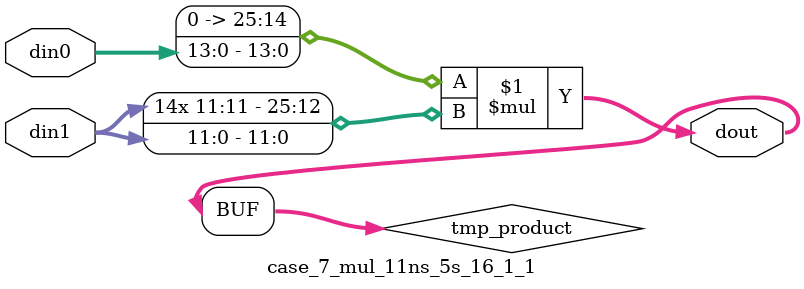
<source format=v>

`timescale 1 ns / 1 ps

 (* use_dsp = "no" *)  module case_7_mul_11ns_5s_16_1_1(din0, din1, dout);
parameter ID = 1;
parameter NUM_STAGE = 0;
parameter din0_WIDTH = 14;
parameter din1_WIDTH = 12;
parameter dout_WIDTH = 26;

input [din0_WIDTH - 1 : 0] din0; 
input [din1_WIDTH - 1 : 0] din1; 
output [dout_WIDTH - 1 : 0] dout;

wire signed [dout_WIDTH - 1 : 0] tmp_product;

























assign tmp_product = $signed({1'b0, din0}) * $signed(din1);










assign dout = tmp_product;





















endmodule

</source>
